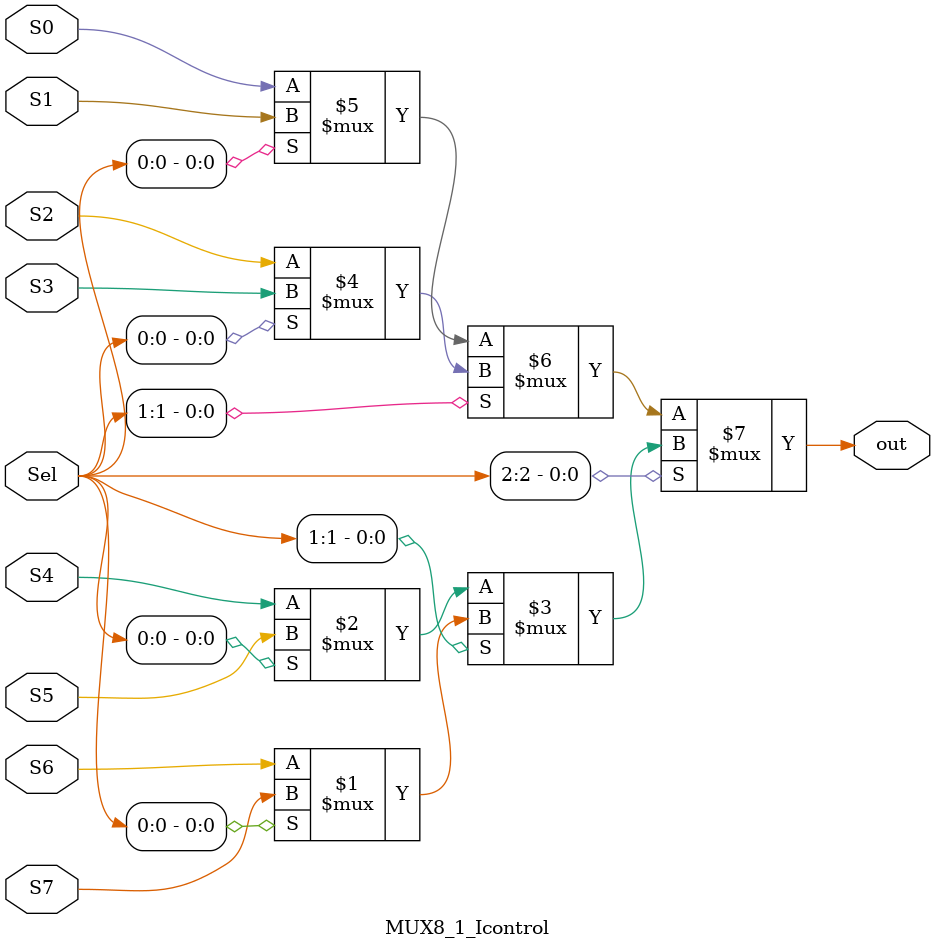
<source format=v>
module MUX8_1_Icontrol(Sel,S0,S1,S2,S3,S4,S5,S6,S7,out);
input [2:0] Sel;
input S0,S1,S2,S3,S4,S5,S6,S7;
output out;
assign out = (Sel[2])? (Sel[1]?(Sel[0]?S7:S6) : (Sel[0]?S5:S4))  :  (Sel[1]?(Sel[0]?S3:S2) : (Sel[0]?S1:S0));
endmodule
</source>
